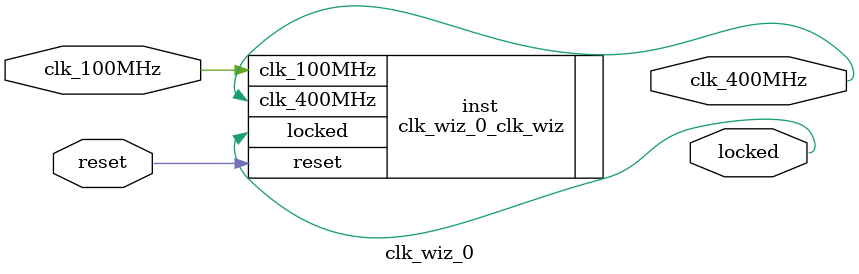
<source format=v>


`timescale 1ps/1ps

(* CORE_GENERATION_INFO = "clk_wiz_0,clk_wiz_v6_0_2_0_0,{component_name=clk_wiz_0,use_phase_alignment=true,use_min_o_jitter=false,use_max_i_jitter=false,use_dyn_phase_shift=false,use_inclk_switchover=false,use_dyn_reconfig=false,enable_axi=0,feedback_source=FDBK_AUTO,PRIMITIVE=MMCM,num_out_clk=1,clkin1_period=10.000,clkin2_period=10.000,use_power_down=false,use_reset=true,use_locked=true,use_inclk_stopped=false,feedback_type=SINGLE,CLOCK_MGR_TYPE=NA,manual_override=false}" *)

module clk_wiz_0 
 (
  // Clock out ports
  output        clk_400MHz,
  // Status and control signals
  input         reset,
  output        locked,
 // Clock in ports
  input         clk_100MHz
 );

  clk_wiz_0_clk_wiz inst
  (
  // Clock out ports  
  .clk_400MHz(clk_400MHz),
  // Status and control signals               
  .reset(reset), 
  .locked(locked),
 // Clock in ports
  .clk_100MHz(clk_100MHz)
  );

endmodule

</source>
